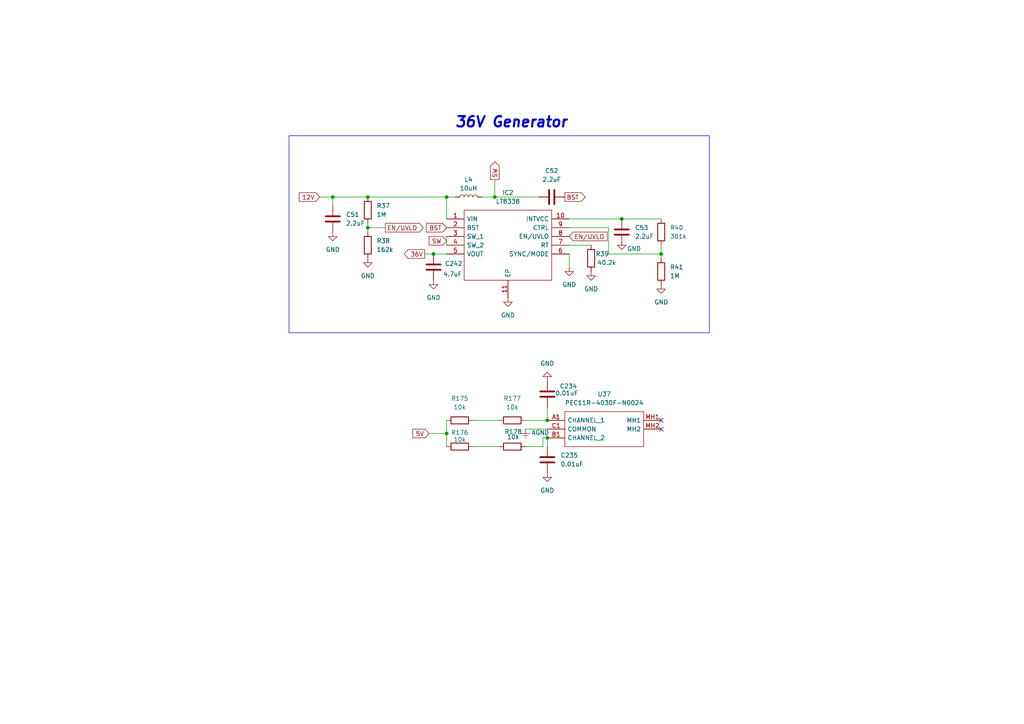
<source format=kicad_sch>
(kicad_sch
	(version 20231120)
	(generator "eeschema")
	(generator_version "8.0")
	(uuid "2b16cd04-988f-478a-8d1d-a3df4d9ab2d0")
	(paper "A4")
	(title_block
		(company "Michael Meyers")
	)
	(lib_symbols
		(symbol "Device:C"
			(pin_numbers hide)
			(pin_names
				(offset 0.254)
			)
			(exclude_from_sim no)
			(in_bom yes)
			(on_board yes)
			(property "Reference" "C"
				(at 0.635 2.54 0)
				(effects
					(font
						(size 1.27 1.27)
					)
					(justify left)
				)
			)
			(property "Value" "C"
				(at 0.635 -2.54 0)
				(effects
					(font
						(size 1.27 1.27)
					)
					(justify left)
				)
			)
			(property "Footprint" ""
				(at 0.9652 -3.81 0)
				(effects
					(font
						(size 1.27 1.27)
					)
					(hide yes)
				)
			)
			(property "Datasheet" "~"
				(at 0 0 0)
				(effects
					(font
						(size 1.27 1.27)
					)
					(hide yes)
				)
			)
			(property "Description" "Unpolarized capacitor"
				(at 0 0 0)
				(effects
					(font
						(size 1.27 1.27)
					)
					(hide yes)
				)
			)
			(property "ki_keywords" "cap capacitor"
				(at 0 0 0)
				(effects
					(font
						(size 1.27 1.27)
					)
					(hide yes)
				)
			)
			(property "ki_fp_filters" "C_*"
				(at 0 0 0)
				(effects
					(font
						(size 1.27 1.27)
					)
					(hide yes)
				)
			)
			(symbol "C_0_1"
				(polyline
					(pts
						(xy -2.032 -0.762) (xy 2.032 -0.762)
					)
					(stroke
						(width 0.508)
						(type default)
					)
					(fill
						(type none)
					)
				)
				(polyline
					(pts
						(xy -2.032 0.762) (xy 2.032 0.762)
					)
					(stroke
						(width 0.508)
						(type default)
					)
					(fill
						(type none)
					)
				)
			)
			(symbol "C_1_1"
				(pin passive line
					(at 0 3.81 270)
					(length 2.794)
					(name "~"
						(effects
							(font
								(size 1.27 1.27)
							)
						)
					)
					(number "1"
						(effects
							(font
								(size 1.27 1.27)
							)
						)
					)
				)
				(pin passive line
					(at 0 -3.81 90)
					(length 2.794)
					(name "~"
						(effects
							(font
								(size 1.27 1.27)
							)
						)
					)
					(number "2"
						(effects
							(font
								(size 1.27 1.27)
							)
						)
					)
				)
			)
		)
		(symbol "Device:L"
			(pin_numbers hide)
			(pin_names
				(offset 1.016) hide)
			(exclude_from_sim no)
			(in_bom yes)
			(on_board yes)
			(property "Reference" "L"
				(at -1.27 0 90)
				(effects
					(font
						(size 1.27 1.27)
					)
				)
			)
			(property "Value" "L"
				(at 1.905 0 90)
				(effects
					(font
						(size 1.27 1.27)
					)
				)
			)
			(property "Footprint" ""
				(at 0 0 0)
				(effects
					(font
						(size 1.27 1.27)
					)
					(hide yes)
				)
			)
			(property "Datasheet" "~"
				(at 0 0 0)
				(effects
					(font
						(size 1.27 1.27)
					)
					(hide yes)
				)
			)
			(property "Description" "Inductor"
				(at 0 0 0)
				(effects
					(font
						(size 1.27 1.27)
					)
					(hide yes)
				)
			)
			(property "ki_keywords" "inductor choke coil reactor magnetic"
				(at 0 0 0)
				(effects
					(font
						(size 1.27 1.27)
					)
					(hide yes)
				)
			)
			(property "ki_fp_filters" "Choke_* *Coil* Inductor_* L_*"
				(at 0 0 0)
				(effects
					(font
						(size 1.27 1.27)
					)
					(hide yes)
				)
			)
			(symbol "L_0_1"
				(arc
					(start 0 -2.54)
					(mid 0.6323 -1.905)
					(end 0 -1.27)
					(stroke
						(width 0)
						(type default)
					)
					(fill
						(type none)
					)
				)
				(arc
					(start 0 -1.27)
					(mid 0.6323 -0.635)
					(end 0 0)
					(stroke
						(width 0)
						(type default)
					)
					(fill
						(type none)
					)
				)
				(arc
					(start 0 0)
					(mid 0.6323 0.635)
					(end 0 1.27)
					(stroke
						(width 0)
						(type default)
					)
					(fill
						(type none)
					)
				)
				(arc
					(start 0 1.27)
					(mid 0.6323 1.905)
					(end 0 2.54)
					(stroke
						(width 0)
						(type default)
					)
					(fill
						(type none)
					)
				)
			)
			(symbol "L_1_1"
				(pin passive line
					(at 0 3.81 270)
					(length 1.27)
					(name "1"
						(effects
							(font
								(size 1.27 1.27)
							)
						)
					)
					(number "1"
						(effects
							(font
								(size 1.27 1.27)
							)
						)
					)
				)
				(pin passive line
					(at 0 -3.81 90)
					(length 1.27)
					(name "2"
						(effects
							(font
								(size 1.27 1.27)
							)
						)
					)
					(number "2"
						(effects
							(font
								(size 1.27 1.27)
							)
						)
					)
				)
			)
		)
		(symbol "Device:R"
			(pin_numbers hide)
			(pin_names
				(offset 0)
			)
			(exclude_from_sim no)
			(in_bom yes)
			(on_board yes)
			(property "Reference" "R"
				(at 2.032 0 90)
				(effects
					(font
						(size 1.27 1.27)
					)
				)
			)
			(property "Value" "R"
				(at 0 0 90)
				(effects
					(font
						(size 1.27 1.27)
					)
				)
			)
			(property "Footprint" ""
				(at -1.778 0 90)
				(effects
					(font
						(size 1.27 1.27)
					)
					(hide yes)
				)
			)
			(property "Datasheet" "~"
				(at 0 0 0)
				(effects
					(font
						(size 1.27 1.27)
					)
					(hide yes)
				)
			)
			(property "Description" "Resistor"
				(at 0 0 0)
				(effects
					(font
						(size 1.27 1.27)
					)
					(hide yes)
				)
			)
			(property "ki_keywords" "R res resistor"
				(at 0 0 0)
				(effects
					(font
						(size 1.27 1.27)
					)
					(hide yes)
				)
			)
			(property "ki_fp_filters" "R_*"
				(at 0 0 0)
				(effects
					(font
						(size 1.27 1.27)
					)
					(hide yes)
				)
			)
			(symbol "R_0_1"
				(rectangle
					(start -1.016 -2.54)
					(end 1.016 2.54)
					(stroke
						(width 0.254)
						(type default)
					)
					(fill
						(type none)
					)
				)
			)
			(symbol "R_1_1"
				(pin passive line
					(at 0 3.81 270)
					(length 1.27)
					(name "~"
						(effects
							(font
								(size 1.27 1.27)
							)
						)
					)
					(number "1"
						(effects
							(font
								(size 1.27 1.27)
							)
						)
					)
				)
				(pin passive line
					(at 0 -3.81 90)
					(length 1.27)
					(name "~"
						(effects
							(font
								(size 1.27 1.27)
							)
						)
					)
					(number "2"
						(effects
							(font
								(size 1.27 1.27)
							)
						)
					)
				)
			)
		)
		(symbol "SamacSys_Parts:PEC11R-4030F-N0024"
			(pin_names
				(offset 0.762)
			)
			(exclude_from_sim no)
			(in_bom yes)
			(on_board yes)
			(property "Reference" "U"
				(at 29.21 7.62 0)
				(effects
					(font
						(size 1.27 1.27)
					)
					(justify left)
				)
			)
			(property "Value" "PEC11R-4030F-N0024"
				(at 29.21 5.08 0)
				(effects
					(font
						(size 1.27 1.27)
					)
					(justify left)
				)
			)
			(property "Footprint" "PEC11R4030FN0024"
				(at 29.21 2.54 0)
				(effects
					(font
						(size 1.27 1.27)
					)
					(justify left)
					(hide yes)
				)
			)
			(property "Datasheet" "https://www.bourns.com/docs/Product-Datasheets/PEC11R.pdf"
				(at 29.21 0 0)
				(effects
					(font
						(size 1.27 1.27)
					)
					(justify left)
					(hide yes)
				)
			)
			(property "Description" "Rotary Encoder Mechanical 24 Quadrature (Incremental) Vertical 6mm Dia Flatted End"
				(at 0 0 0)
				(effects
					(font
						(size 1.27 1.27)
					)
					(hide yes)
				)
			)
			(property "Description_1" "Rotary Encoder Mechanical 24 Quadrature (Incremental) Vertical 6mm Dia Flatted End"
				(at 29.21 -2.54 0)
				(effects
					(font
						(size 1.27 1.27)
					)
					(justify left)
					(hide yes)
				)
			)
			(property "Height" "36.5"
				(at 29.21 -5.08 0)
				(effects
					(font
						(size 1.27 1.27)
					)
					(justify left)
					(hide yes)
				)
			)
			(property "Manufacturer_Name" "Bourns"
				(at 29.21 -7.62 0)
				(effects
					(font
						(size 1.27 1.27)
					)
					(justify left)
					(hide yes)
				)
			)
			(property "Manufacturer_Part_Number" "PEC11R-4030F-N0024"
				(at 29.21 -10.16 0)
				(effects
					(font
						(size 1.27 1.27)
					)
					(justify left)
					(hide yes)
				)
			)
			(property "Mouser Part Number" "652-PEC11R4030FN0024"
				(at 29.21 -12.7 0)
				(effects
					(font
						(size 1.27 1.27)
					)
					(justify left)
					(hide yes)
				)
			)
			(property "Mouser Price/Stock" "https://www.mouser.co.uk/ProductDetail/Bourns/PEC11R-4030F-N0024?qs=Zq5ylnUbLm5njkyDtMH5bA%3D%3D"
				(at 29.21 -15.24 0)
				(effects
					(font
						(size 1.27 1.27)
					)
					(justify left)
					(hide yes)
				)
			)
			(property "Arrow Part Number" ""
				(at 29.21 -17.78 0)
				(effects
					(font
						(size 1.27 1.27)
					)
					(justify left)
					(hide yes)
				)
			)
			(property "Arrow Price/Stock" ""
				(at 29.21 -20.32 0)
				(effects
					(font
						(size 1.27 1.27)
					)
					(justify left)
					(hide yes)
				)
			)
			(symbol "PEC11R-4030F-N0024_0_0"
				(pin passive line
					(at 0 0 0)
					(length 5.08)
					(name "CHANNEL_1"
						(effects
							(font
								(size 1.27 1.27)
							)
						)
					)
					(number "A1"
						(effects
							(font
								(size 1.27 1.27)
							)
						)
					)
				)
				(pin passive line
					(at 0 -5.08 0)
					(length 5.08)
					(name "CHANNEL_2"
						(effects
							(font
								(size 1.27 1.27)
							)
						)
					)
					(number "B1"
						(effects
							(font
								(size 1.27 1.27)
							)
						)
					)
				)
				(pin passive line
					(at 0 -2.54 0)
					(length 5.08)
					(name "COMMON"
						(effects
							(font
								(size 1.27 1.27)
							)
						)
					)
					(number "C1"
						(effects
							(font
								(size 1.27 1.27)
							)
						)
					)
				)
				(pin passive line
					(at 33.02 0 180)
					(length 5.08)
					(name "MH1"
						(effects
							(font
								(size 1.27 1.27)
							)
						)
					)
					(number "MH1"
						(effects
							(font
								(size 1.27 1.27)
							)
						)
					)
				)
				(pin passive line
					(at 33.02 -2.54 180)
					(length 5.08)
					(name "MH2"
						(effects
							(font
								(size 1.27 1.27)
							)
						)
					)
					(number "MH2"
						(effects
							(font
								(size 1.27 1.27)
							)
						)
					)
				)
			)
			(symbol "PEC11R-4030F-N0024_0_1"
				(polyline
					(pts
						(xy 5.08 2.54) (xy 27.94 2.54) (xy 27.94 -7.62) (xy 5.08 -7.62) (xy 5.08 2.54)
					)
					(stroke
						(width 0.1524)
						(type solid)
					)
					(fill
						(type none)
					)
				)
			)
		)
		(symbol "SamacSys_Parts:lt8338"
			(pin_names
				(offset 0.762)
			)
			(exclude_from_sim no)
			(in_bom yes)
			(on_board yes)
			(property "Reference" "IC"
				(at 31.75 7.62 0)
				(effects
					(font
						(size 1.27 1.27)
					)
					(justify left)
				)
			)
			(property "Value" "lt8338"
				(at 31.75 5.08 0)
				(effects
					(font
						(size 1.27 1.27)
					)
					(justify left)
				)
			)
			(property "Footprint" "SOP50P490X110-11N"
				(at 31.75 2.54 0)
				(effects
					(font
						(size 1.27 1.27)
					)
					(justify left)
					(hide yes)
				)
			)
			(property "Datasheet" "https://www.analog.com/media/en/technical-documentation/data-sheets/lt8338.pdf"
				(at 31.75 0 0)
				(effects
					(font
						(size 1.27 1.27)
					)
					(justify left)
					(hide yes)
				)
			)
			(property "Description" "Wide Input Voltage Range: 3.0V to 40V"
				(at 0 0 0)
				(effects
					(font
						(size 1.27 1.27)
					)
					(hide yes)
				)
			)
			(property "Description_1" "Wide Input Voltage Range: 3.0V to 40V"
				(at 31.75 -2.54 0)
				(effects
					(font
						(size 1.27 1.27)
					)
					(justify left)
					(hide yes)
				)
			)
			(property "Height" "1.1"
				(at 31.75 -5.08 0)
				(effects
					(font
						(size 1.27 1.27)
					)
					(justify left)
					(hide yes)
				)
			)
			(property "Manufacturer_Name" "Analog Devices"
				(at 31.75 -7.62 0)
				(effects
					(font
						(size 1.27 1.27)
					)
					(justify left)
					(hide yes)
				)
			)
			(property "Manufacturer_Part_Number" "lt8338"
				(at 31.75 -10.16 0)
				(effects
					(font
						(size 1.27 1.27)
					)
					(justify left)
					(hide yes)
				)
			)
			(property "Mouser Part Number" "N/A"
				(at 31.75 -12.7 0)
				(effects
					(font
						(size 1.27 1.27)
					)
					(justify left)
					(hide yes)
				)
			)
			(property "Mouser Price/Stock" "https://www.mouser.co.uk/ProductDetail/Analog-Devices/LT8338?qs=Imq1NPwxi76sIOAVJWs6LA%3D%3D"
				(at 31.75 -15.24 0)
				(effects
					(font
						(size 1.27 1.27)
					)
					(justify left)
					(hide yes)
				)
			)
			(property "Arrow Part Number" ""
				(at 31.75 -17.78 0)
				(effects
					(font
						(size 1.27 1.27)
					)
					(justify left)
					(hide yes)
				)
			)
			(property "Arrow Price/Stock" ""
				(at 31.75 -20.32 0)
				(effects
					(font
						(size 1.27 1.27)
					)
					(justify left)
					(hide yes)
				)
			)
			(symbol "lt8338_0_0"
				(pin passive line
					(at 0 0 0)
					(length 5.08)
					(name "VIN"
						(effects
							(font
								(size 1.27 1.27)
							)
						)
					)
					(number "1"
						(effects
							(font
								(size 1.27 1.27)
							)
						)
					)
				)
				(pin passive line
					(at 35.56 0 180)
					(length 5.08)
					(name "INTVCC"
						(effects
							(font
								(size 1.27 1.27)
							)
						)
					)
					(number "10"
						(effects
							(font
								(size 1.27 1.27)
							)
						)
					)
				)
				(pin passive line
					(at 17.78 -22.86 90)
					(length 5.08)
					(name "EP"
						(effects
							(font
								(size 1.27 1.27)
							)
						)
					)
					(number "11"
						(effects
							(font
								(size 1.27 1.27)
							)
						)
					)
				)
				(pin passive line
					(at 0 -2.54 0)
					(length 5.08)
					(name "BST"
						(effects
							(font
								(size 1.27 1.27)
							)
						)
					)
					(number "2"
						(effects
							(font
								(size 1.27 1.27)
							)
						)
					)
				)
				(pin passive line
					(at 0 -5.08 0)
					(length 5.08)
					(name "SW_1"
						(effects
							(font
								(size 1.27 1.27)
							)
						)
					)
					(number "3"
						(effects
							(font
								(size 1.27 1.27)
							)
						)
					)
				)
				(pin passive line
					(at 0 -7.62 0)
					(length 5.08)
					(name "SW_2"
						(effects
							(font
								(size 1.27 1.27)
							)
						)
					)
					(number "4"
						(effects
							(font
								(size 1.27 1.27)
							)
						)
					)
				)
				(pin passive line
					(at 0 -10.16 0)
					(length 5.08)
					(name "VOUT"
						(effects
							(font
								(size 1.27 1.27)
							)
						)
					)
					(number "5"
						(effects
							(font
								(size 1.27 1.27)
							)
						)
					)
				)
				(pin passive line
					(at 35.56 -10.16 180)
					(length 5.08)
					(name "SYNC/MODE"
						(effects
							(font
								(size 1.27 1.27)
							)
						)
					)
					(number "6"
						(effects
							(font
								(size 1.27 1.27)
							)
						)
					)
				)
				(pin passive line
					(at 35.56 -7.62 180)
					(length 5.08)
					(name "RT"
						(effects
							(font
								(size 1.27 1.27)
							)
						)
					)
					(number "7"
						(effects
							(font
								(size 1.27 1.27)
							)
						)
					)
				)
				(pin passive line
					(at 35.56 -5.08 180)
					(length 5.08)
					(name "EN/UVLO"
						(effects
							(font
								(size 1.27 1.27)
							)
						)
					)
					(number "8"
						(effects
							(font
								(size 1.27 1.27)
							)
						)
					)
				)
				(pin passive line
					(at 35.56 -2.54 180)
					(length 5.08)
					(name "CTRL"
						(effects
							(font
								(size 1.27 1.27)
							)
						)
					)
					(number "9"
						(effects
							(font
								(size 1.27 1.27)
							)
						)
					)
				)
			)
			(symbol "lt8338_0_1"
				(polyline
					(pts
						(xy 5.08 2.54) (xy 30.48 2.54) (xy 30.48 -17.78) (xy 5.08 -17.78) (xy 5.08 2.54)
					)
					(stroke
						(width 0.1524)
						(type solid)
					)
					(fill
						(type none)
					)
				)
			)
		)
		(symbol "power:Earth"
			(power)
			(pin_numbers hide)
			(pin_names
				(offset 0) hide)
			(exclude_from_sim no)
			(in_bom yes)
			(on_board yes)
			(property "Reference" "#PWR"
				(at 0 -6.35 0)
				(effects
					(font
						(size 1.27 1.27)
					)
					(hide yes)
				)
			)
			(property "Value" "Earth"
				(at 0 -3.81 0)
				(effects
					(font
						(size 1.27 1.27)
					)
				)
			)
			(property "Footprint" ""
				(at 0 0 0)
				(effects
					(font
						(size 1.27 1.27)
					)
					(hide yes)
				)
			)
			(property "Datasheet" "~"
				(at 0 0 0)
				(effects
					(font
						(size 1.27 1.27)
					)
					(hide yes)
				)
			)
			(property "Description" "Power symbol creates a global label with name \"Earth\""
				(at 0 0 0)
				(effects
					(font
						(size 1.27 1.27)
					)
					(hide yes)
				)
			)
			(property "ki_keywords" "global ground gnd"
				(at 0 0 0)
				(effects
					(font
						(size 1.27 1.27)
					)
					(hide yes)
				)
			)
			(symbol "Earth_0_1"
				(polyline
					(pts
						(xy -0.635 -1.905) (xy 0.635 -1.905)
					)
					(stroke
						(width 0)
						(type default)
					)
					(fill
						(type none)
					)
				)
				(polyline
					(pts
						(xy -0.127 -2.54) (xy 0.127 -2.54)
					)
					(stroke
						(width 0)
						(type default)
					)
					(fill
						(type none)
					)
				)
				(polyline
					(pts
						(xy 0 -1.27) (xy 0 0)
					)
					(stroke
						(width 0)
						(type default)
					)
					(fill
						(type none)
					)
				)
				(polyline
					(pts
						(xy 1.27 -1.27) (xy -1.27 -1.27)
					)
					(stroke
						(width 0)
						(type default)
					)
					(fill
						(type none)
					)
				)
			)
			(symbol "Earth_1_1"
				(pin power_in line
					(at 0 0 270)
					(length 0)
					(name "~"
						(effects
							(font
								(size 1.27 1.27)
							)
						)
					)
					(number "1"
						(effects
							(font
								(size 1.27 1.27)
							)
						)
					)
				)
			)
		)
		(symbol "power:GND"
			(power)
			(pin_numbers hide)
			(pin_names
				(offset 0) hide)
			(exclude_from_sim no)
			(in_bom yes)
			(on_board yes)
			(property "Reference" "#PWR"
				(at 0 -6.35 0)
				(effects
					(font
						(size 1.27 1.27)
					)
					(hide yes)
				)
			)
			(property "Value" "GND"
				(at 0 -3.81 0)
				(effects
					(font
						(size 1.27 1.27)
					)
				)
			)
			(property "Footprint" ""
				(at 0 0 0)
				(effects
					(font
						(size 1.27 1.27)
					)
					(hide yes)
				)
			)
			(property "Datasheet" ""
				(at 0 0 0)
				(effects
					(font
						(size 1.27 1.27)
					)
					(hide yes)
				)
			)
			(property "Description" "Power symbol creates a global label with name \"GND\" , ground"
				(at 0 0 0)
				(effects
					(font
						(size 1.27 1.27)
					)
					(hide yes)
				)
			)
			(property "ki_keywords" "global power"
				(at 0 0 0)
				(effects
					(font
						(size 1.27 1.27)
					)
					(hide yes)
				)
			)
			(symbol "GND_0_1"
				(polyline
					(pts
						(xy 0 0) (xy 0 -1.27) (xy 1.27 -1.27) (xy 0 -2.54) (xy -1.27 -1.27) (xy 0 -1.27)
					)
					(stroke
						(width 0)
						(type default)
					)
					(fill
						(type none)
					)
				)
			)
			(symbol "GND_1_1"
				(pin power_in line
					(at 0 0 270)
					(length 0)
					(name "~"
						(effects
							(font
								(size 1.27 1.27)
							)
						)
					)
					(number "1"
						(effects
							(font
								(size 1.27 1.27)
							)
						)
					)
				)
			)
		)
	)
	(junction
		(at 158.75 127)
		(diameter 0)
		(color 0 0 0 0)
		(uuid "0328b810-08bc-427c-a06f-8eb30d39108c")
	)
	(junction
		(at 158.75 121.92)
		(diameter 0)
		(color 0 0 0 0)
		(uuid "06df12c2-e00b-4866-a8c7-c3add4b2bca4")
	)
	(junction
		(at 106.68 66.04)
		(diameter 0)
		(color 0 0 0 0)
		(uuid "16ba7351-16cb-4af5-8898-07acd0efd546")
	)
	(junction
		(at 180.34 63.5)
		(diameter 0)
		(color 0 0 0 0)
		(uuid "1e58d081-272a-4d3c-adc2-1a802b1b6faa")
	)
	(junction
		(at 143.51 57.15)
		(diameter 0)
		(color 0 0 0 0)
		(uuid "20ddcb6d-82e2-4eac-9954-87294f58a6c8")
	)
	(junction
		(at 191.77 73.66)
		(diameter 0)
		(color 0 0 0 0)
		(uuid "25b088a0-ed5e-4ee2-a193-e56196e44282")
	)
	(junction
		(at 96.52 57.15)
		(diameter 0)
		(color 0 0 0 0)
		(uuid "8f2388b9-97fb-4a3a-8d1f-f6658a508297")
	)
	(junction
		(at 129.54 57.15)
		(diameter 0)
		(color 0 0 0 0)
		(uuid "c566d882-d117-4864-8e8e-34f6b7b99786")
	)
	(junction
		(at 125.73 73.66)
		(diameter 0)
		(color 0 0 0 0)
		(uuid "d6132711-da45-4b89-8fec-e5e059f5a1d1")
	)
	(junction
		(at 129.54 125.73)
		(diameter 0)
		(color 0 0 0 0)
		(uuid "ed0eace2-10b6-421d-82cf-82b469e983f7")
	)
	(junction
		(at 106.68 57.15)
		(diameter 0)
		(color 0 0 0 0)
		(uuid "f7b929ec-5de3-475a-b7b2-43df07c20cf3")
	)
	(no_connect
		(at 191.77 121.92)
		(uuid "4631376e-7d26-4e9d-bb70-230a39001fdc")
	)
	(no_connect
		(at 191.77 124.46)
		(uuid "7c36c596-8bea-4792-9908-f57f7e1c7c37")
	)
	(wire
		(pts
			(xy 157.48 129.54) (xy 157.48 127)
		)
		(stroke
			(width 0)
			(type default)
		)
		(uuid "00425676-c7eb-4584-90ea-d07fda1e1500")
	)
	(wire
		(pts
			(xy 165.1 73.66) (xy 165.1 77.47)
		)
		(stroke
			(width 0)
			(type default)
		)
		(uuid "01336c44-472a-4a40-ae7c-a57305cfb2c3")
	)
	(wire
		(pts
			(xy 139.7 57.15) (xy 143.51 57.15)
		)
		(stroke
			(width 0)
			(type default)
		)
		(uuid "13cd4fdd-e126-4a49-a884-07307ce2493a")
	)
	(wire
		(pts
			(xy 165.1 66.04) (xy 176.53 66.04)
		)
		(stroke
			(width 0)
			(type default)
		)
		(uuid "181bb77e-da54-4c6d-9b35-e9e509c32f0a")
	)
	(wire
		(pts
			(xy 96.52 57.15) (xy 106.68 57.15)
		)
		(stroke
			(width 0)
			(type default)
		)
		(uuid "1bd4b056-4392-47cc-95fc-576a8fd91cd4")
	)
	(wire
		(pts
			(xy 180.34 63.5) (xy 191.77 63.5)
		)
		(stroke
			(width 0)
			(type default)
		)
		(uuid "264d897e-07cf-41c9-85a8-90a21c598fa8")
	)
	(wire
		(pts
			(xy 129.54 57.15) (xy 129.54 63.5)
		)
		(stroke
			(width 0)
			(type default)
		)
		(uuid "2cd502fb-521d-40b3-bb8d-f770348064ff")
	)
	(wire
		(pts
			(xy 106.68 66.04) (xy 106.68 67.31)
		)
		(stroke
			(width 0)
			(type default)
		)
		(uuid "30a2863c-f87d-468e-a886-9dcf7839efe9")
	)
	(wire
		(pts
			(xy 191.77 73.66) (xy 191.77 74.93)
		)
		(stroke
			(width 0)
			(type default)
		)
		(uuid "344820a4-25b8-4e47-bd73-4cc8736ea2b2")
	)
	(wire
		(pts
			(xy 106.68 66.04) (xy 111.76 66.04)
		)
		(stroke
			(width 0)
			(type default)
		)
		(uuid "66d3a610-2c63-4b0e-934d-9f4ab4ca23cc")
	)
	(wire
		(pts
			(xy 129.54 57.15) (xy 132.08 57.15)
		)
		(stroke
			(width 0)
			(type default)
		)
		(uuid "6a634fff-b09e-4321-bec9-57d940df8dcb")
	)
	(wire
		(pts
			(xy 125.73 73.66) (xy 129.54 73.66)
		)
		(stroke
			(width 0)
			(type default)
		)
		(uuid "6d6b5516-ffc6-4827-a9a8-74980989fb24")
	)
	(wire
		(pts
			(xy 165.1 63.5) (xy 180.34 63.5)
		)
		(stroke
			(width 0)
			(type default)
		)
		(uuid "72191fa2-68c3-4554-8f9f-66cd700043a9")
	)
	(wire
		(pts
			(xy 129.54 125.73) (xy 129.54 129.54)
		)
		(stroke
			(width 0)
			(type default)
		)
		(uuid "79deecaf-b691-4181-9d9f-4cde0d0454ec")
	)
	(wire
		(pts
			(xy 180.34 69.85) (xy 180.34 71.12)
		)
		(stroke
			(width 0)
			(type default)
		)
		(uuid "7d48b2f6-0f51-40b6-a2d9-233a94527558")
	)
	(wire
		(pts
			(xy 165.1 71.12) (xy 171.45 71.12)
		)
		(stroke
			(width 0)
			(type default)
		)
		(uuid "7d5d0fec-e3bc-4e86-9285-ef9eb49bf319")
	)
	(wire
		(pts
			(xy 143.51 52.07) (xy 143.51 57.15)
		)
		(stroke
			(width 0)
			(type default)
		)
		(uuid "80cac8bb-747c-45bd-bab4-b0dfc18315fd")
	)
	(wire
		(pts
			(xy 152.4 129.54) (xy 157.48 129.54)
		)
		(stroke
			(width 0)
			(type default)
		)
		(uuid "8d24fad0-7ec8-4a01-9f59-2b48aea148de")
	)
	(wire
		(pts
			(xy 137.16 121.92) (xy 144.78 121.92)
		)
		(stroke
			(width 0)
			(type default)
		)
		(uuid "93869dc8-ae89-40e0-be76-d07871107824")
	)
	(wire
		(pts
			(xy 96.52 57.15) (xy 96.52 59.69)
		)
		(stroke
			(width 0)
			(type default)
		)
		(uuid "9b6730e1-754a-4410-8d78-a573756b03e3")
	)
	(wire
		(pts
			(xy 191.77 71.12) (xy 191.77 73.66)
		)
		(stroke
			(width 0)
			(type default)
		)
		(uuid "a4d064e6-0d29-4c81-9959-06098c43dcdd")
	)
	(wire
		(pts
			(xy 106.68 57.15) (xy 129.54 57.15)
		)
		(stroke
			(width 0)
			(type default)
		)
		(uuid "ac68dc4c-5087-48f6-9ef1-0ef05990aa21")
	)
	(wire
		(pts
			(xy 176.53 73.66) (xy 191.77 73.66)
		)
		(stroke
			(width 0)
			(type default)
		)
		(uuid "b0212a8b-8954-4e39-9361-4bbc82c2486c")
	)
	(wire
		(pts
			(xy 106.68 64.77) (xy 106.68 66.04)
		)
		(stroke
			(width 0)
			(type default)
		)
		(uuid "b3d42d3d-75e5-49a2-a083-4fed84ec10eb")
	)
	(wire
		(pts
			(xy 152.4 121.92) (xy 158.75 121.92)
		)
		(stroke
			(width 0)
			(type default)
		)
		(uuid "b5027457-06a7-46c0-9e8b-3da63de83203")
	)
	(wire
		(pts
			(xy 176.53 66.04) (xy 176.53 73.66)
		)
		(stroke
			(width 0)
			(type default)
		)
		(uuid "b7b8619a-e080-487c-aef0-22a819494a68")
	)
	(wire
		(pts
			(xy 137.16 129.54) (xy 144.78 129.54)
		)
		(stroke
			(width 0)
			(type default)
		)
		(uuid "d89e2c16-2635-4155-b75d-6d7bebf18efb")
	)
	(wire
		(pts
			(xy 92.71 57.15) (xy 96.52 57.15)
		)
		(stroke
			(width 0)
			(type default)
		)
		(uuid "d952269c-d655-4b7b-bcd5-9364278069ac")
	)
	(wire
		(pts
			(xy 158.75 127) (xy 158.75 129.54)
		)
		(stroke
			(width 0)
			(type default)
		)
		(uuid "d9f54e2d-d62e-44e1-bed8-5410c677396a")
	)
	(wire
		(pts
			(xy 129.54 125.73) (xy 129.54 121.92)
		)
		(stroke
			(width 0)
			(type default)
		)
		(uuid "dad3ffd8-3fe4-43a9-bd16-48b05bc1b1f3")
	)
	(wire
		(pts
			(xy 123.19 73.66) (xy 125.73 73.66)
		)
		(stroke
			(width 0)
			(type default)
		)
		(uuid "dca0ecb8-ff68-489b-a419-772403483268")
	)
	(wire
		(pts
			(xy 158.75 118.11) (xy 158.75 121.92)
		)
		(stroke
			(width 0)
			(type default)
		)
		(uuid "e0cf1681-a661-472b-b3e8-2c577063b205")
	)
	(wire
		(pts
			(xy 157.48 127) (xy 158.75 127)
		)
		(stroke
			(width 0)
			(type default)
		)
		(uuid "e935d35d-bc51-4c74-8bda-5eac0cc3ed01")
	)
	(wire
		(pts
			(xy 152.4 124.46) (xy 158.75 124.46)
		)
		(stroke
			(width 0)
			(type default)
		)
		(uuid "eb96dd21-432f-4b30-8dbf-0f73611cd1a2")
	)
	(wire
		(pts
			(xy 129.54 68.58) (xy 129.54 71.12)
		)
		(stroke
			(width 0)
			(type default)
		)
		(uuid "f5717633-85e8-4f3f-8ac5-8d8d79119429")
	)
	(wire
		(pts
			(xy 143.51 57.15) (xy 156.21 57.15)
		)
		(stroke
			(width 0)
			(type default)
		)
		(uuid "f7ac992c-a18d-4b57-8b65-0e3bc3abefc0")
	)
	(wire
		(pts
			(xy 124.46 125.73) (xy 129.54 125.73)
		)
		(stroke
			(width 0)
			(type default)
		)
		(uuid "fbe42a6b-0d24-4ffc-beaa-6f567a2fe903")
	)
	(rectangle
		(start 83.82 39.37)
		(end 205.74 96.52)
		(stroke
			(width 0)
			(type default)
		)
		(fill
			(type none)
		)
		(uuid ad00ccf8-00a2-4068-89b0-70f93891d087)
	)
	(text "36V Generator"
		(exclude_from_sim no)
		(at 148.336 35.56 0)
		(effects
			(font
				(size 3 3)
				(thickness 0.6)
				(bold yes)
				(italic yes)
			)
		)
		(uuid "7f0305ee-f431-4160-aba5-3ffbf40ca7cf")
	)
	(global_label "36V"
		(shape output)
		(at 123.19 73.66 180)
		(fields_autoplaced yes)
		(effects
			(font
				(size 1.27 1.27)
			)
			(justify right)
		)
		(uuid "07163eef-3b10-4398-ad84-c1288e228bbe")
		(property "Intersheetrefs" "${INTERSHEET_REFS}"
			(at 116.6972 73.66 0)
			(effects
				(font
					(size 1.27 1.27)
				)
				(justify right)
				(hide yes)
			)
		)
	)
	(global_label "BST"
		(shape output)
		(at 163.83 57.15 0)
		(fields_autoplaced yes)
		(effects
			(font
				(size 1.27 1.27)
			)
			(justify left)
		)
		(uuid "1c36d0a3-e9ca-4838-8a33-af82ca3816fe")
		(property "Intersheetrefs" "${INTERSHEET_REFS}"
			(at 170.2623 57.15 0)
			(effects
				(font
					(size 1.27 1.27)
				)
				(justify left)
				(hide yes)
			)
		)
	)
	(global_label "EN{slash}UVLO"
		(shape input)
		(at 165.1 68.58 0)
		(fields_autoplaced yes)
		(effects
			(font
				(size 1.27 1.27)
			)
			(justify left)
		)
		(uuid "3149d7cf-9ad3-4274-8db1-cc7372cf83ab")
		(property "Intersheetrefs" "${INTERSHEET_REFS}"
			(at 176.6729 68.58 0)
			(effects
				(font
					(size 1.27 1.27)
				)
				(justify left)
				(hide yes)
			)
		)
	)
	(global_label "SW"
		(shape output)
		(at 143.51 52.07 90)
		(fields_autoplaced yes)
		(effects
			(font
				(size 1.27 1.27)
			)
			(justify left)
		)
		(uuid "321c7f2c-3a97-44bd-8179-dcac783e17cf")
		(property "Intersheetrefs" "${INTERSHEET_REFS}"
			(at 143.51 46.4239 90)
			(effects
				(font
					(size 1.27 1.27)
				)
				(justify left)
				(hide yes)
			)
		)
	)
	(global_label "EN{slash}UVLO"
		(shape output)
		(at 111.76 66.04 0)
		(fields_autoplaced yes)
		(effects
			(font
				(size 1.27 1.27)
			)
			(justify left)
		)
		(uuid "46051fec-63db-4519-b1d9-f51fd78204e2")
		(property "Intersheetrefs" "${INTERSHEET_REFS}"
			(at 123.3329 66.04 0)
			(effects
				(font
					(size 1.27 1.27)
				)
				(justify left)
				(hide yes)
			)
		)
	)
	(global_label "BST"
		(shape input)
		(at 129.54 66.04 180)
		(fields_autoplaced yes)
		(effects
			(font
				(size 1.27 1.27)
			)
			(justify right)
		)
		(uuid "99bfc85e-a577-4599-9d0a-0e7d9357f9c1")
		(property "Intersheetrefs" "${INTERSHEET_REFS}"
			(at 123.1077 66.04 0)
			(effects
				(font
					(size 1.27 1.27)
				)
				(justify right)
				(hide yes)
			)
		)
	)
	(global_label "SW"
		(shape input)
		(at 129.54 69.85 180)
		(fields_autoplaced yes)
		(effects
			(font
				(size 1.27 1.27)
			)
			(justify right)
		)
		(uuid "bfc8363a-844b-4c23-bca3-34d43cfbc849")
		(property "Intersheetrefs" "${INTERSHEET_REFS}"
			(at 123.8939 69.85 0)
			(effects
				(font
					(size 1.27 1.27)
				)
				(justify right)
				(hide yes)
			)
		)
	)
	(global_label "5V"
		(shape input)
		(at 124.46 125.73 180)
		(fields_autoplaced yes)
		(effects
			(font
				(size 1.27 1.27)
			)
			(justify right)
		)
		(uuid "eb9301ab-f9c7-4666-8a89-9b666ccf6013")
		(property "Intersheetrefs" "${INTERSHEET_REFS}"
			(at 119.1767 125.73 0)
			(effects
				(font
					(size 1.27 1.27)
				)
				(justify right)
				(hide yes)
			)
		)
	)
	(global_label "12V"
		(shape input)
		(at 92.71 57.15 180)
		(fields_autoplaced yes)
		(effects
			(font
				(size 1.27 1.27)
			)
			(justify right)
		)
		(uuid "fa44b068-c2de-4a65-be7c-c4233d8c4c91")
		(property "Intersheetrefs" "${INTERSHEET_REFS}"
			(at 86.2172 57.15 0)
			(effects
				(font
					(size 1.27 1.27)
				)
				(justify right)
				(hide yes)
			)
		)
	)
	(symbol
		(lib_id "Device:C")
		(at 160.02 57.15 90)
		(unit 1)
		(exclude_from_sim no)
		(in_bom yes)
		(on_board yes)
		(dnp no)
		(fields_autoplaced yes)
		(uuid "073598f8-62e4-4411-bb3a-af967b1f3f1f")
		(property "Reference" "C52"
			(at 160.02 49.53 90)
			(effects
				(font
					(size 1.27 1.27)
				)
			)
		)
		(property "Value" "2.2uF"
			(at 160.02 52.07 90)
			(effects
				(font
					(size 1.27 1.27)
				)
			)
		)
		(property "Footprint" "Capacitor_SMD:C_0402_1005Metric"
			(at 163.83 56.1848 0)
			(effects
				(font
					(size 1.27 1.27)
				)
				(hide yes)
			)
		)
		(property "Datasheet" "~"
			(at 160.02 57.15 0)
			(effects
				(font
					(size 1.27 1.27)
				)
				(hide yes)
			)
		)
		(property "Description" "Unpolarized capacitor"
			(at 160.02 57.15 0)
			(effects
				(font
					(size 1.27 1.27)
				)
				(hide yes)
			)
		)
		(pin "1"
			(uuid "9d6a70e5-aaa5-4c13-b649-20dcb192b9fa")
		)
		(pin "2"
			(uuid "0f770795-ebd6-4e39-b015-c88d29e2f88c")
		)
		(instances
			(project "Power_Supplies"
				(path "/5266cf9e-da90-4c53-80fd-cf3dbed42632/873b4819-32e6-40de-93d6-23cb6a01b934"
					(reference "C52")
					(unit 1)
				)
			)
		)
	)
	(symbol
		(lib_id "Device:C")
		(at 125.73 77.47 0)
		(unit 1)
		(exclude_from_sim no)
		(in_bom yes)
		(on_board yes)
		(dnp no)
		(uuid "28235597-1880-4581-9c07-b9fc4852c066")
		(property "Reference" "C242"
			(at 129.032 76.454 0)
			(effects
				(font
					(size 1.27 1.27)
				)
				(justify left)
			)
		)
		(property "Value" "4.7uF"
			(at 128.524 79.502 0)
			(effects
				(font
					(size 1.27 1.27)
				)
				(justify left)
			)
		)
		(property "Footprint" "Capacitor_SMD:C_0805_2012Metric_Pad1.18x1.45mm_HandSolder"
			(at 126.6952 81.28 0)
			(effects
				(font
					(size 1.27 1.27)
				)
				(hide yes)
			)
		)
		(property "Datasheet" "~"
			(at 125.73 77.47 0)
			(effects
				(font
					(size 1.27 1.27)
				)
				(hide yes)
			)
		)
		(property "Description" "Unpolarized capacitor"
			(at 125.73 77.47 0)
			(effects
				(font
					(size 1.27 1.27)
				)
				(hide yes)
			)
		)
		(pin "1"
			(uuid "d178ec6a-7a3e-4e0d-8986-7b74ade26138")
		)
		(pin "2"
			(uuid "ee8cdcc2-02d8-4d35-9f5f-301501930d3d")
		)
		(instances
			(project "Power_Supplies_Copy"
				(path "/5266cf9e-da90-4c53-80fd-cf3dbed42632/873b4819-32e6-40de-93d6-23cb6a01b934"
					(reference "C242")
					(unit 1)
				)
			)
		)
	)
	(symbol
		(lib_id "power:GND")
		(at 165.1 77.47 0)
		(unit 1)
		(exclude_from_sim no)
		(in_bom yes)
		(on_board no)
		(dnp no)
		(fields_autoplaced yes)
		(uuid "3dff69f8-fbba-4127-bebf-4a3e149bd4d3")
		(property "Reference" "#PWR055"
			(at 165.1 83.82 0)
			(effects
				(font
					(size 1.27 1.27)
				)
				(hide yes)
			)
		)
		(property "Value" "GND"
			(at 165.1 82.55 0)
			(effects
				(font
					(size 1.27 1.27)
				)
			)
		)
		(property "Footprint" ""
			(at 165.1 77.47 0)
			(effects
				(font
					(size 1.27 1.27)
				)
				(hide yes)
			)
		)
		(property "Datasheet" ""
			(at 165.1 77.47 0)
			(effects
				(font
					(size 1.27 1.27)
				)
				(hide yes)
			)
		)
		(property "Description" "Power symbol creates a global label with name \"GND\" , ground"
			(at 165.1 77.47 0)
			(effects
				(font
					(size 1.27 1.27)
				)
				(hide yes)
			)
		)
		(pin "1"
			(uuid "d2a0f59c-c1d5-475d-b85c-9a9f6fc42482")
		)
		(instances
			(project "Power_Supplies_Copy"
				(path "/5266cf9e-da90-4c53-80fd-cf3dbed42632/873b4819-32e6-40de-93d6-23cb6a01b934"
					(reference "#PWR055")
					(unit 1)
				)
			)
		)
	)
	(symbol
		(lib_id "power:GND")
		(at 191.77 82.55 0)
		(unit 1)
		(exclude_from_sim no)
		(in_bom yes)
		(on_board no)
		(dnp no)
		(fields_autoplaced yes)
		(uuid "3ff93d9f-eef6-4d0d-846c-599c3259e57d")
		(property "Reference" "#PWR058"
			(at 191.77 88.9 0)
			(effects
				(font
					(size 1.27 1.27)
				)
				(hide yes)
			)
		)
		(property "Value" "GND"
			(at 191.77 87.63 0)
			(effects
				(font
					(size 1.27 1.27)
				)
			)
		)
		(property "Footprint" ""
			(at 191.77 82.55 0)
			(effects
				(font
					(size 1.27 1.27)
				)
				(hide yes)
			)
		)
		(property "Datasheet" ""
			(at 191.77 82.55 0)
			(effects
				(font
					(size 1.27 1.27)
				)
				(hide yes)
			)
		)
		(property "Description" "Power symbol creates a global label with name \"GND\" , ground"
			(at 191.77 82.55 0)
			(effects
				(font
					(size 1.27 1.27)
				)
				(hide yes)
			)
		)
		(pin "1"
			(uuid "dcb0d5bc-df6c-4905-b139-9424cf136ef3")
		)
		(instances
			(project "Power_Supplies_Copy"
				(path "/5266cf9e-da90-4c53-80fd-cf3dbed42632/873b4819-32e6-40de-93d6-23cb6a01b934"
					(reference "#PWR058")
					(unit 1)
				)
			)
		)
	)
	(symbol
		(lib_id "power:GND")
		(at 158.75 137.16 0)
		(unit 1)
		(exclude_from_sim no)
		(in_bom yes)
		(on_board no)
		(dnp no)
		(fields_autoplaced yes)
		(uuid "4e09bcff-bffb-4e55-9fb8-2f17c96a8328")
		(property "Reference" "#PWR0224"
			(at 158.75 143.51 0)
			(effects
				(font
					(size 1.27 1.27)
				)
				(hide yes)
			)
		)
		(property "Value" "GND"
			(at 158.75 142.24 0)
			(effects
				(font
					(size 1.27 1.27)
				)
			)
		)
		(property "Footprint" ""
			(at 158.75 137.16 0)
			(effects
				(font
					(size 1.27 1.27)
				)
				(hide yes)
			)
		)
		(property "Datasheet" ""
			(at 158.75 137.16 0)
			(effects
				(font
					(size 1.27 1.27)
				)
				(hide yes)
			)
		)
		(property "Description" "Power symbol creates a global label with name \"GND\" , ground"
			(at 158.75 137.16 0)
			(effects
				(font
					(size 1.27 1.27)
				)
				(hide yes)
			)
		)
		(pin "1"
			(uuid "146a649e-0af8-4df1-90ba-f5a5c6847428")
		)
		(instances
			(project "Power_Supplies_Copy"
				(path "/5266cf9e-da90-4c53-80fd-cf3dbed42632/873b4819-32e6-40de-93d6-23cb6a01b934"
					(reference "#PWR0224")
					(unit 1)
				)
			)
		)
	)
	(symbol
		(lib_id "power:GND")
		(at 180.34 69.85 0)
		(unit 1)
		(exclude_from_sim no)
		(in_bom yes)
		(on_board no)
		(dnp no)
		(uuid "592b8b83-63a0-494c-8816-86636b7a9239")
		(property "Reference" "#PWR057"
			(at 180.34 76.2 0)
			(effects
				(font
					(size 1.27 1.27)
				)
				(hide yes)
			)
		)
		(property "Value" "GND"
			(at 183.896 72.136 0)
			(effects
				(font
					(size 1.27 1.27)
				)
			)
		)
		(property "Footprint" ""
			(at 180.34 69.85 0)
			(effects
				(font
					(size 1.27 1.27)
				)
				(hide yes)
			)
		)
		(property "Datasheet" ""
			(at 180.34 69.85 0)
			(effects
				(font
					(size 1.27 1.27)
				)
				(hide yes)
			)
		)
		(property "Description" "Power symbol creates a global label with name \"GND\" , ground"
			(at 180.34 69.85 0)
			(effects
				(font
					(size 1.27 1.27)
				)
				(hide yes)
			)
		)
		(pin "1"
			(uuid "53abe5b7-757a-4791-9017-e5cfd2c5e31a")
		)
		(instances
			(project "Power_Supplies_Copy"
				(path "/5266cf9e-da90-4c53-80fd-cf3dbed42632/873b4819-32e6-40de-93d6-23cb6a01b934"
					(reference "#PWR057")
					(unit 1)
				)
			)
		)
	)
	(symbol
		(lib_id "Device:R")
		(at 106.68 60.96 0)
		(unit 1)
		(exclude_from_sim no)
		(in_bom yes)
		(on_board yes)
		(dnp no)
		(fields_autoplaced yes)
		(uuid "5a353b95-64a8-47d0-93d4-1fe9b75fcd0e")
		(property "Reference" "R37"
			(at 109.22 59.6899 0)
			(effects
				(font
					(size 1.27 1.27)
				)
				(justify left)
			)
		)
		(property "Value" "1M"
			(at 109.22 62.2299 0)
			(effects
				(font
					(size 1.27 1.27)
				)
				(justify left)
			)
		)
		(property "Footprint" "PCM_Resistor_SMD_AKL:R_0402_1005Metric_Pad0.72x0.64mm_HandSolder"
			(at 104.902 60.96 90)
			(effects
				(font
					(size 1.27 1.27)
				)
				(hide yes)
			)
		)
		(property "Datasheet" "~"
			(at 106.68 60.96 0)
			(effects
				(font
					(size 1.27 1.27)
				)
				(hide yes)
			)
		)
		(property "Description" "Resistor"
			(at 106.68 60.96 0)
			(effects
				(font
					(size 1.27 1.27)
				)
				(hide yes)
			)
		)
		(pin "2"
			(uuid "494ca42f-f5e1-4f3e-be22-3de7f9cce388")
		)
		(pin "1"
			(uuid "da57385c-1394-4f98-8d35-999619242e80")
		)
		(instances
			(project "Power_Supplies"
				(path "/5266cf9e-da90-4c53-80fd-cf3dbed42632/873b4819-32e6-40de-93d6-23cb6a01b934"
					(reference "R37")
					(unit 1)
				)
			)
		)
	)
	(symbol
		(lib_id "Device:C")
		(at 180.34 67.31 0)
		(unit 1)
		(exclude_from_sim no)
		(in_bom yes)
		(on_board yes)
		(dnp no)
		(fields_autoplaced yes)
		(uuid "5d454132-59f4-4e7a-a8df-e1007edab0cd")
		(property "Reference" "C53"
			(at 184.15 66.0399 0)
			(effects
				(font
					(size 1.27 1.27)
				)
				(justify left)
			)
		)
		(property "Value" "2.2uF"
			(at 184.15 68.5799 0)
			(effects
				(font
					(size 1.27 1.27)
				)
				(justify left)
			)
		)
		(property "Footprint" "Capacitor_SMD:C_0805_2012Metric_Pad1.18x1.45mm_HandSolder"
			(at 181.3052 71.12 0)
			(effects
				(font
					(size 1.27 1.27)
				)
				(hide yes)
			)
		)
		(property "Datasheet" "~"
			(at 180.34 67.31 0)
			(effects
				(font
					(size 1.27 1.27)
				)
				(hide yes)
			)
		)
		(property "Description" "Unpolarized capacitor"
			(at 180.34 67.31 0)
			(effects
				(font
					(size 1.27 1.27)
				)
				(hide yes)
			)
		)
		(pin "1"
			(uuid "cd3036e6-0c0a-4b3f-929c-88e87d5e434f")
		)
		(pin "2"
			(uuid "688b7037-563b-41b7-b96b-a583f58a1f2a")
		)
		(instances
			(project "Power_Supplies"
				(path "/5266cf9e-da90-4c53-80fd-cf3dbed42632/873b4819-32e6-40de-93d6-23cb6a01b934"
					(reference "C53")
					(unit 1)
				)
			)
		)
	)
	(symbol
		(lib_id "power:GND")
		(at 106.68 74.93 0)
		(unit 1)
		(exclude_from_sim no)
		(in_bom yes)
		(on_board no)
		(dnp no)
		(fields_autoplaced yes)
		(uuid "6047371f-2fff-4bcc-82b4-8643bb9c4cd9")
		(property "Reference" "#PWR053"
			(at 106.68 81.28 0)
			(effects
				(font
					(size 1.27 1.27)
				)
				(hide yes)
			)
		)
		(property "Value" "GND"
			(at 106.68 80.01 0)
			(effects
				(font
					(size 1.27 1.27)
				)
			)
		)
		(property "Footprint" ""
			(at 106.68 74.93 0)
			(effects
				(font
					(size 1.27 1.27)
				)
				(hide yes)
			)
		)
		(property "Datasheet" ""
			(at 106.68 74.93 0)
			(effects
				(font
					(size 1.27 1.27)
				)
				(hide yes)
			)
		)
		(property "Description" "Power symbol creates a global label with name \"GND\" , ground"
			(at 106.68 74.93 0)
			(effects
				(font
					(size 1.27 1.27)
				)
				(hide yes)
			)
		)
		(pin "1"
			(uuid "a1dc71ea-7be1-4cfe-a1d7-b0436aaaf3a9")
		)
		(instances
			(project "Power_Supplies_Copy"
				(path "/5266cf9e-da90-4c53-80fd-cf3dbed42632/873b4819-32e6-40de-93d6-23cb6a01b934"
					(reference "#PWR053")
					(unit 1)
				)
			)
		)
	)
	(symbol
		(lib_id "Device:C")
		(at 158.75 133.35 0)
		(unit 1)
		(exclude_from_sim no)
		(in_bom yes)
		(on_board no)
		(dnp no)
		(uuid "6823d91b-b7e0-4aa8-a377-be7c98e8bf77")
		(property "Reference" "C235"
			(at 162.56 132.0799 0)
			(effects
				(font
					(size 1.27 1.27)
				)
				(justify left)
			)
		)
		(property "Value" "0.01uF"
			(at 162.56 134.6199 0)
			(effects
				(font
					(size 1.27 1.27)
				)
				(justify left)
			)
		)
		(property "Footprint" "Capacitor_SMD:C_0402_1005Metric"
			(at 159.7152 137.16 0)
			(effects
				(font
					(size 1.27 1.27)
				)
				(hide yes)
			)
		)
		(property "Datasheet" "~"
			(at 158.75 133.35 0)
			(effects
				(font
					(size 1.27 1.27)
				)
				(hide yes)
			)
		)
		(property "Description" "Unpolarized capacitor"
			(at 158.75 133.35 0)
			(effects
				(font
					(size 1.27 1.27)
				)
				(hide yes)
			)
		)
		(pin "2"
			(uuid "db083f7f-d544-42e1-89b3-c9c43df52787")
		)
		(pin "1"
			(uuid "76e8bb3a-5d66-4c80-98c2-2163ac3e3056")
		)
		(instances
			(project "Power_Supplies"
				(path "/5266cf9e-da90-4c53-80fd-cf3dbed42632/873b4819-32e6-40de-93d6-23cb6a01b934"
					(reference "C235")
					(unit 1)
				)
			)
		)
	)
	(symbol
		(lib_id "power:GND")
		(at 147.32 86.36 0)
		(unit 1)
		(exclude_from_sim no)
		(in_bom yes)
		(on_board no)
		(dnp no)
		(fields_autoplaced yes)
		(uuid "699e7f43-b71b-4aa6-b7c6-564095ee0aca")
		(property "Reference" "#PWR054"
			(at 147.32 92.71 0)
			(effects
				(font
					(size 1.27 1.27)
				)
				(hide yes)
			)
		)
		(property "Value" "GND"
			(at 147.32 91.44 0)
			(effects
				(font
					(size 1.27 1.27)
				)
			)
		)
		(property "Footprint" ""
			(at 147.32 86.36 0)
			(effects
				(font
					(size 1.27 1.27)
				)
				(hide yes)
			)
		)
		(property "Datasheet" ""
			(at 147.32 86.36 0)
			(effects
				(font
					(size 1.27 1.27)
				)
				(hide yes)
			)
		)
		(property "Description" "Power symbol creates a global label with name \"GND\" , ground"
			(at 147.32 86.36 0)
			(effects
				(font
					(size 1.27 1.27)
				)
				(hide yes)
			)
		)
		(pin "1"
			(uuid "8dde50e2-391c-4aa9-826b-d7a28d40b6ad")
		)
		(instances
			(project "Power_Supplies_Copy"
				(path "/5266cf9e-da90-4c53-80fd-cf3dbed42632/873b4819-32e6-40de-93d6-23cb6a01b934"
					(reference "#PWR054")
					(unit 1)
				)
			)
		)
	)
	(symbol
		(lib_id "Device:R")
		(at 133.35 129.54 90)
		(unit 1)
		(exclude_from_sim no)
		(in_bom yes)
		(on_board no)
		(dnp no)
		(uuid "7995ce0d-2972-49f8-9e13-eb64f0bd25f5")
		(property "Reference" "R176"
			(at 133.35 125.476 90)
			(effects
				(font
					(size 1.27 1.27)
				)
			)
		)
		(property "Value" "10k"
			(at 133.35 127.508 90)
			(effects
				(font
					(size 1.27 1.27)
				)
			)
		)
		(property "Footprint" "Resistor_SMD:R_0805_2012Metric"
			(at 133.35 131.318 90)
			(effects
				(font
					(size 1.27 1.27)
				)
				(hide yes)
			)
		)
		(property "Datasheet" "~"
			(at 133.35 129.54 0)
			(effects
				(font
					(size 1.27 1.27)
				)
				(hide yes)
			)
		)
		(property "Description" "Resistor"
			(at 133.35 129.54 0)
			(effects
				(font
					(size 1.27 1.27)
				)
				(hide yes)
			)
		)
		(pin "2"
			(uuid "f9696118-ce3d-4330-8737-c4c31cff92e0")
		)
		(pin "1"
			(uuid "a3a4352e-e97e-4769-b5fb-1fb0c6806214")
		)
		(instances
			(project "Power_Supplies"
				(path "/5266cf9e-da90-4c53-80fd-cf3dbed42632/873b4819-32e6-40de-93d6-23cb6a01b934"
					(reference "R176")
					(unit 1)
				)
			)
		)
	)
	(symbol
		(lib_id "power:GND")
		(at 158.75 110.49 180)
		(unit 1)
		(exclude_from_sim no)
		(in_bom yes)
		(on_board no)
		(dnp no)
		(fields_autoplaced yes)
		(uuid "832f3684-ad3e-4dd8-979e-cd79266e885f")
		(property "Reference" "#PWR0223"
			(at 158.75 104.14 0)
			(effects
				(font
					(size 1.27 1.27)
				)
				(hide yes)
			)
		)
		(property "Value" "GND"
			(at 158.75 105.41 0)
			(effects
				(font
					(size 1.27 1.27)
				)
			)
		)
		(property "Footprint" ""
			(at 158.75 110.49 0)
			(effects
				(font
					(size 1.27 1.27)
				)
				(hide yes)
			)
		)
		(property "Datasheet" ""
			(at 158.75 110.49 0)
			(effects
				(font
					(size 1.27 1.27)
				)
				(hide yes)
			)
		)
		(property "Description" "Power symbol creates a global label with name \"GND\" , ground"
			(at 158.75 110.49 0)
			(effects
				(font
					(size 1.27 1.27)
				)
				(hide yes)
			)
		)
		(pin "1"
			(uuid "0a6be62d-41e5-4359-a63a-0ed12fcc9548")
		)
		(instances
			(project "Power_Supplies_Copy"
				(path "/5266cf9e-da90-4c53-80fd-cf3dbed42632/873b4819-32e6-40de-93d6-23cb6a01b934"
					(reference "#PWR0223")
					(unit 1)
				)
			)
		)
	)
	(symbol
		(lib_id "Device:C")
		(at 96.52 63.5 0)
		(unit 1)
		(exclude_from_sim no)
		(in_bom yes)
		(on_board yes)
		(dnp no)
		(fields_autoplaced yes)
		(uuid "879cd316-54f2-4c50-ac79-70f6b77abe9f")
		(property "Reference" "C51"
			(at 100.33 62.2299 0)
			(effects
				(font
					(size 1.27 1.27)
				)
				(justify left)
			)
		)
		(property "Value" "2.2uF"
			(at 100.33 64.7699 0)
			(effects
				(font
					(size 1.27 1.27)
				)
				(justify left)
			)
		)
		(property "Footprint" "Capacitor_SMD:C_0805_2012Metric_Pad1.18x1.45mm_HandSolder"
			(at 97.4852 67.31 0)
			(effects
				(font
					(size 1.27 1.27)
				)
				(hide yes)
			)
		)
		(property "Datasheet" "~"
			(at 96.52 63.5 0)
			(effects
				(font
					(size 1.27 1.27)
				)
				(hide yes)
			)
		)
		(property "Description" "Unpolarized capacitor"
			(at 96.52 63.5 0)
			(effects
				(font
					(size 1.27 1.27)
				)
				(hide yes)
			)
		)
		(pin "1"
			(uuid "813d2937-d11f-4ffe-9064-0c36be81501c")
		)
		(pin "2"
			(uuid "bdb91ac2-0945-4014-a2d4-647f8b71d68d")
		)
		(instances
			(project "Power_Supplies"
				(path "/5266cf9e-da90-4c53-80fd-cf3dbed42632/873b4819-32e6-40de-93d6-23cb6a01b934"
					(reference "C51")
					(unit 1)
				)
			)
		)
	)
	(symbol
		(lib_id "Device:R")
		(at 148.59 129.54 90)
		(unit 1)
		(exclude_from_sim no)
		(in_bom yes)
		(on_board no)
		(dnp no)
		(uuid "8deec674-1308-4d55-bd78-9e6d8ab69184")
		(property "Reference" "R178"
			(at 148.844 125.222 90)
			(effects
				(font
					(size 1.27 1.27)
				)
			)
		)
		(property "Value" "10k"
			(at 148.844 126.746 90)
			(effects
				(font
					(size 1.27 1.27)
				)
			)
		)
		(property "Footprint" "Resistor_SMD:R_0805_2012Metric"
			(at 148.59 131.318 90)
			(effects
				(font
					(size 1.27 1.27)
				)
				(hide yes)
			)
		)
		(property "Datasheet" "~"
			(at 148.59 129.54 0)
			(effects
				(font
					(size 1.27 1.27)
				)
				(hide yes)
			)
		)
		(property "Description" "Resistor"
			(at 148.59 129.54 0)
			(effects
				(font
					(size 1.27 1.27)
				)
				(hide yes)
			)
		)
		(pin "2"
			(uuid "57075746-610d-4b9f-83eb-b5fba86e26de")
		)
		(pin "1"
			(uuid "81cc61c5-daa2-4dbe-b1cc-a909ceced86d")
		)
		(instances
			(project "Power_Supplies"
				(path "/5266cf9e-da90-4c53-80fd-cf3dbed42632/873b4819-32e6-40de-93d6-23cb6a01b934"
					(reference "R178")
					(unit 1)
				)
			)
		)
	)
	(symbol
		(lib_id "SamacSys_Parts:lt8338")
		(at 129.54 63.5 0)
		(unit 1)
		(exclude_from_sim no)
		(in_bom yes)
		(on_board yes)
		(dnp no)
		(fields_autoplaced yes)
		(uuid "90248dca-00a4-469c-941b-2ff961172d82")
		(property "Reference" "IC2"
			(at 147.32 55.88 0)
			(effects
				(font
					(size 1.27 1.27)
				)
			)
		)
		(property "Value" "LT8338"
			(at 147.32 58.42 0)
			(effects
				(font
					(size 1.27 1.27)
				)
			)
		)
		(property "Footprint" "SamacSys_Parts:SOP50P490X110-11N"
			(at 161.29 60.96 0)
			(effects
				(font
					(size 1.27 1.27)
				)
				(justify left)
				(hide yes)
			)
		)
		(property "Datasheet" "https://www.analog.com/media/en/technical-documentation/data-sheets/lt8338.pdf"
			(at 161.29 63.5 0)
			(effects
				(font
					(size 1.27 1.27)
				)
				(justify left)
				(hide yes)
			)
		)
		(property "Description" "Wide Input Voltage Range: 3.0V to 40V"
			(at 129.54 63.5 0)
			(effects
				(font
					(size 1.27 1.27)
				)
				(hide yes)
			)
		)
		(property "Description_1" "Wide Input Voltage Range: 3.0V to 40V"
			(at 161.29 66.04 0)
			(effects
				(font
					(size 1.27 1.27)
				)
				(justify left)
				(hide yes)
			)
		)
		(property "Height" "1.1"
			(at 161.29 68.58 0)
			(effects
				(font
					(size 1.27 1.27)
				)
				(justify left)
				(hide yes)
			)
		)
		(property "Manufacturer_Name" "Analog Devices"
			(at 161.29 71.12 0)
			(effects
				(font
					(size 1.27 1.27)
				)
				(justify left)
				(hide yes)
			)
		)
		(property "Manufacturer_Part_Number" "lt8338"
			(at 161.29 73.66 0)
			(effects
				(font
					(size 1.27 1.27)
				)
				(justify left)
				(hide yes)
			)
		)
		(property "Mouser Part Number" "N/A"
			(at 161.29 76.2 0)
			(effects
				(font
					(size 1.27 1.27)
				)
				(justify left)
				(hide yes)
			)
		)
		(property "Mouser Price/Stock" "https://www.mouser.co.uk/ProductDetail/Analog-Devices/LT8338?qs=Imq1NPwxi76sIOAVJWs6LA%3D%3D"
			(at 161.29 78.74 0)
			(effects
				(font
					(size 1.27 1.27)
				)
				(justify left)
				(hide yes)
			)
		)
		(property "Arrow Part Number" ""
			(at 161.29 81.28 0)
			(effects
				(font
					(size 1.27 1.27)
				)
				(justify left)
				(hide yes)
			)
		)
		(property "Arrow Price/Stock" ""
			(at 161.29 83.82 0)
			(effects
				(font
					(size 1.27 1.27)
				)
				(justify left)
				(hide yes)
			)
		)
		(pin "2"
			(uuid "e2b389de-fc4a-494c-849a-423571aa2241")
		)
		(pin "5"
			(uuid "699bf97f-0b63-4bf9-93cd-47825363aabd")
		)
		(pin "7"
			(uuid "01edfbe1-f8bb-42e6-9a72-c55bbbe89fd2")
		)
		(pin "9"
			(uuid "d0bda72d-547f-4899-9eb6-9752f5167891")
		)
		(pin "10"
			(uuid "3907580c-a639-4e79-9851-6fa580f82d29")
		)
		(pin "1"
			(uuid "bfd9b05d-4ad2-4004-bab7-42f1132704fc")
		)
		(pin "11"
			(uuid "e9278787-abe6-49f5-8697-d20d5fa1e87a")
		)
		(pin "6"
			(uuid "506c2b30-f9cc-419f-9d8d-2da8f217ae3a")
		)
		(pin "3"
			(uuid "64111354-e96a-432b-bceb-021a37542095")
		)
		(pin "4"
			(uuid "2ad8084e-9e76-46d6-b22c-419cd332908c")
		)
		(pin "8"
			(uuid "caf7d0d6-3229-42d6-8c21-30e24ea5f18f")
		)
		(instances
			(project ""
				(path "/5266cf9e-da90-4c53-80fd-cf3dbed42632/873b4819-32e6-40de-93d6-23cb6a01b934"
					(reference "IC2")
					(unit 1)
				)
			)
		)
	)
	(symbol
		(lib_id "power:GND")
		(at 171.45 78.74 0)
		(unit 1)
		(exclude_from_sim no)
		(in_bom yes)
		(on_board no)
		(dnp no)
		(fields_autoplaced yes)
		(uuid "a5123278-f8c1-43ad-9c05-43b9926a8f2a")
		(property "Reference" "#PWR056"
			(at 171.45 85.09 0)
			(effects
				(font
					(size 1.27 1.27)
				)
				(hide yes)
			)
		)
		(property "Value" "GND"
			(at 171.45 83.82 0)
			(effects
				(font
					(size 1.27 1.27)
				)
			)
		)
		(property "Footprint" ""
			(at 171.45 78.74 0)
			(effects
				(font
					(size 1.27 1.27)
				)
				(hide yes)
			)
		)
		(property "Datasheet" ""
			(at 171.45 78.74 0)
			(effects
				(font
					(size 1.27 1.27)
				)
				(hide yes)
			)
		)
		(property "Description" "Power symbol creates a global label with name \"GND\" , ground"
			(at 171.45 78.74 0)
			(effects
				(font
					(size 1.27 1.27)
				)
				(hide yes)
			)
		)
		(pin "1"
			(uuid "ce8c3f0e-2ff7-439c-8068-815c543f3cde")
		)
		(instances
			(project "Power_Supplies_Copy"
				(path "/5266cf9e-da90-4c53-80fd-cf3dbed42632/873b4819-32e6-40de-93d6-23cb6a01b934"
					(reference "#PWR056")
					(unit 1)
				)
			)
		)
	)
	(symbol
		(lib_id "Device:R")
		(at 133.35 121.92 90)
		(unit 1)
		(exclude_from_sim no)
		(in_bom yes)
		(on_board no)
		(dnp no)
		(fields_autoplaced yes)
		(uuid "b2f9f5d9-db07-43c6-901d-8ec8345e0753")
		(property "Reference" "R175"
			(at 133.35 115.57 90)
			(effects
				(font
					(size 1.27 1.27)
				)
			)
		)
		(property "Value" "10k"
			(at 133.35 118.11 90)
			(effects
				(font
					(size 1.27 1.27)
				)
			)
		)
		(property "Footprint" "Resistor_SMD:R_0805_2012Metric"
			(at 133.35 123.698 90)
			(effects
				(font
					(size 1.27 1.27)
				)
				(hide yes)
			)
		)
		(property "Datasheet" "~"
			(at 133.35 121.92 0)
			(effects
				(font
					(size 1.27 1.27)
				)
				(hide yes)
			)
		)
		(property "Description" "Resistor"
			(at 133.35 121.92 0)
			(effects
				(font
					(size 1.27 1.27)
				)
				(hide yes)
			)
		)
		(pin "2"
			(uuid "e8067937-1d9f-453d-9e15-8464b8328fab")
		)
		(pin "1"
			(uuid "74ec47ec-64c7-4628-b59c-9dcb298e219f")
		)
		(instances
			(project "Power_Supplies"
				(path "/5266cf9e-da90-4c53-80fd-cf3dbed42632/873b4819-32e6-40de-93d6-23cb6a01b934"
					(reference "R175")
					(unit 1)
				)
			)
		)
	)
	(symbol
		(lib_id "Device:R")
		(at 171.45 74.93 0)
		(unit 1)
		(exclude_from_sim no)
		(in_bom yes)
		(on_board yes)
		(dnp no)
		(uuid "b3d436eb-df1f-45fc-86c4-c261f5e24071")
		(property "Reference" "R39"
			(at 172.72 73.66 0)
			(effects
				(font
					(size 1.27 1.27)
				)
				(justify left)
			)
		)
		(property "Value" "40.2k"
			(at 173.228 76.2 0)
			(effects
				(font
					(size 1.27 1.27)
				)
				(justify left)
			)
		)
		(property "Footprint" "PCM_Resistor_SMD_AKL:R_0402_1005Metric_Pad0.72x0.64mm_HandSolder"
			(at 169.672 74.93 90)
			(effects
				(font
					(size 1.27 1.27)
				)
				(hide yes)
			)
		)
		(property "Datasheet" "~"
			(at 171.45 74.93 0)
			(effects
				(font
					(size 1.27 1.27)
				)
				(hide yes)
			)
		)
		(property "Description" "Resistor"
			(at 171.45 74.93 0)
			(effects
				(font
					(size 1.27 1.27)
				)
				(hide yes)
			)
		)
		(pin "2"
			(uuid "ea540780-4542-4eb3-a425-f968c35e8aea")
		)
		(pin "1"
			(uuid "36d2d0f1-2ddc-4e00-bed2-3877b687208c")
		)
		(instances
			(project "Power_Supplies"
				(path "/5266cf9e-da90-4c53-80fd-cf3dbed42632/873b4819-32e6-40de-93d6-23cb6a01b934"
					(reference "R39")
					(unit 1)
				)
			)
		)
	)
	(symbol
		(lib_id "Device:C")
		(at 158.75 114.3 0)
		(unit 1)
		(exclude_from_sim no)
		(in_bom yes)
		(on_board no)
		(dnp no)
		(uuid "b718994a-136d-434c-9b22-f503c55ce1c7")
		(property "Reference" "C234"
			(at 162.306 112.014 0)
			(effects
				(font
					(size 1.27 1.27)
				)
				(justify left)
			)
		)
		(property "Value" "0.01uF"
			(at 161.036 114.046 0)
			(effects
				(font
					(size 1.27 1.27)
				)
				(justify left)
			)
		)
		(property "Footprint" "Capacitor_SMD:C_0402_1005Metric"
			(at 159.7152 118.11 0)
			(effects
				(font
					(size 1.27 1.27)
				)
				(hide yes)
			)
		)
		(property "Datasheet" "~"
			(at 158.75 114.3 0)
			(effects
				(font
					(size 1.27 1.27)
				)
				(hide yes)
			)
		)
		(property "Description" "Unpolarized capacitor"
			(at 158.75 114.3 0)
			(effects
				(font
					(size 1.27 1.27)
				)
				(hide yes)
			)
		)
		(pin "2"
			(uuid "406693c1-01b9-4227-96e1-8ebd7d23ea78")
		)
		(pin "1"
			(uuid "bd01d7eb-cecf-499c-b2d2-c225be3f9d73")
		)
		(instances
			(project "Power_Supplies"
				(path "/5266cf9e-da90-4c53-80fd-cf3dbed42632/873b4819-32e6-40de-93d6-23cb6a01b934"
					(reference "C234")
					(unit 1)
				)
			)
		)
	)
	(symbol
		(lib_id "power:GND")
		(at 125.73 81.28 0)
		(unit 1)
		(exclude_from_sim no)
		(in_bom yes)
		(on_board no)
		(dnp no)
		(fields_autoplaced yes)
		(uuid "b7336734-d512-4e4a-bcfc-6405ae9712dc")
		(property "Reference" "#PWR0241"
			(at 125.73 87.63 0)
			(effects
				(font
					(size 1.27 1.27)
				)
				(hide yes)
			)
		)
		(property "Value" "GND"
			(at 125.73 86.36 0)
			(effects
				(font
					(size 1.27 1.27)
				)
			)
		)
		(property "Footprint" ""
			(at 125.73 81.28 0)
			(effects
				(font
					(size 1.27 1.27)
				)
				(hide yes)
			)
		)
		(property "Datasheet" ""
			(at 125.73 81.28 0)
			(effects
				(font
					(size 1.27 1.27)
				)
				(hide yes)
			)
		)
		(property "Description" "Power symbol creates a global label with name \"GND\" , ground"
			(at 125.73 81.28 0)
			(effects
				(font
					(size 1.27 1.27)
				)
				(hide yes)
			)
		)
		(pin "1"
			(uuid "cd574f2e-0133-4719-8ef7-6dedb8dab5ce")
		)
		(instances
			(project "Power_Supplies_Copy"
				(path "/5266cf9e-da90-4c53-80fd-cf3dbed42632/873b4819-32e6-40de-93d6-23cb6a01b934"
					(reference "#PWR0241")
					(unit 1)
				)
			)
		)
	)
	(symbol
		(lib_id "Device:R")
		(at 191.77 67.31 0)
		(unit 1)
		(exclude_from_sim no)
		(in_bom yes)
		(on_board yes)
		(dnp no)
		(fields_autoplaced yes)
		(uuid "b957d1bf-539f-432d-861e-270be779f2c7")
		(property "Reference" "R40"
			(at 194.31 66.0399 0)
			(effects
				(font
					(size 1.27 1.27)
				)
				(justify left)
			)
		)
		(property "Value" "301k"
			(at 194.31 68.5799 0)
			(effects
				(font
					(size 1.27 1.27)
				)
				(justify left)
			)
		)
		(property "Footprint" "PCM_Resistor_SMD_AKL:R_0402_1005Metric_Pad0.72x0.64mm_HandSolder"
			(at 189.992 67.31 90)
			(effects
				(font
					(size 1.27 1.27)
				)
				(hide yes)
			)
		)
		(property "Datasheet" "~"
			(at 191.77 67.31 0)
			(effects
				(font
					(size 1.27 1.27)
				)
				(hide yes)
			)
		)
		(property "Description" "Resistor"
			(at 191.77 67.31 0)
			(effects
				(font
					(size 1.27 1.27)
				)
				(hide yes)
			)
		)
		(pin "2"
			(uuid "e3cca159-fabe-4e18-ad15-9225783085e2")
		)
		(pin "1"
			(uuid "64ce9edc-2b10-40ca-b481-3ec68216642b")
		)
		(instances
			(project "Power_Supplies"
				(path "/5266cf9e-da90-4c53-80fd-cf3dbed42632/873b4819-32e6-40de-93d6-23cb6a01b934"
					(reference "R40")
					(unit 1)
				)
			)
		)
	)
	(symbol
		(lib_id "power:GND")
		(at 96.52 67.31 0)
		(unit 1)
		(exclude_from_sim no)
		(in_bom yes)
		(on_board no)
		(dnp no)
		(fields_autoplaced yes)
		(uuid "bb1cad80-17d1-4309-9958-a33da7f5699c")
		(property "Reference" "#PWR052"
			(at 96.52 73.66 0)
			(effects
				(font
					(size 1.27 1.27)
				)
				(hide yes)
			)
		)
		(property "Value" "GND"
			(at 96.52 72.39 0)
			(effects
				(font
					(size 1.27 1.27)
				)
			)
		)
		(property "Footprint" ""
			(at 96.52 67.31 0)
			(effects
				(font
					(size 1.27 1.27)
				)
				(hide yes)
			)
		)
		(property "Datasheet" ""
			(at 96.52 67.31 0)
			(effects
				(font
					(size 1.27 1.27)
				)
				(hide yes)
			)
		)
		(property "Description" "Power symbol creates a global label with name \"GND\" , ground"
			(at 96.52 67.31 0)
			(effects
				(font
					(size 1.27 1.27)
				)
				(hide yes)
			)
		)
		(pin "1"
			(uuid "538afeb1-eb97-4431-8462-48c2dd8878e6")
		)
		(instances
			(project "Power_Supplies_Copy"
				(path "/5266cf9e-da90-4c53-80fd-cf3dbed42632/873b4819-32e6-40de-93d6-23cb6a01b934"
					(reference "#PWR052")
					(unit 1)
				)
			)
		)
	)
	(symbol
		(lib_id "Device:R")
		(at 148.59 121.92 90)
		(unit 1)
		(exclude_from_sim no)
		(in_bom yes)
		(on_board no)
		(dnp no)
		(fields_autoplaced yes)
		(uuid "c166856b-b463-41fc-8573-efea50c4688d")
		(property "Reference" "R177"
			(at 148.59 115.57 90)
			(effects
				(font
					(size 1.27 1.27)
				)
			)
		)
		(property "Value" "10k"
			(at 148.59 118.11 90)
			(effects
				(font
					(size 1.27 1.27)
				)
			)
		)
		(property "Footprint" "Resistor_SMD:R_0805_2012Metric"
			(at 148.59 123.698 90)
			(effects
				(font
					(size 1.27 1.27)
				)
				(hide yes)
			)
		)
		(property "Datasheet" "~"
			(at 148.59 121.92 0)
			(effects
				(font
					(size 1.27 1.27)
				)
				(hide yes)
			)
		)
		(property "Description" "Resistor"
			(at 148.59 121.92 0)
			(effects
				(font
					(size 1.27 1.27)
				)
				(hide yes)
			)
		)
		(pin "2"
			(uuid "9c411908-64e4-4fa5-88f4-2f47bde9b405")
		)
		(pin "1"
			(uuid "466b8871-0554-4874-87cd-d451757362b3")
		)
		(instances
			(project "Power_Supplies"
				(path "/5266cf9e-da90-4c53-80fd-cf3dbed42632/873b4819-32e6-40de-93d6-23cb6a01b934"
					(reference "R177")
					(unit 1)
				)
			)
		)
	)
	(symbol
		(lib_id "Device:R")
		(at 106.68 71.12 0)
		(unit 1)
		(exclude_from_sim no)
		(in_bom yes)
		(on_board yes)
		(dnp no)
		(fields_autoplaced yes)
		(uuid "c5dc5835-bebe-4101-8c69-6bfcc33394cb")
		(property "Reference" "R38"
			(at 109.22 69.8499 0)
			(effects
				(font
					(size 1.27 1.27)
				)
				(justify left)
			)
		)
		(property "Value" "162k"
			(at 109.22 72.3899 0)
			(effects
				(font
					(size 1.27 1.27)
				)
				(justify left)
			)
		)
		(property "Footprint" "PCM_Resistor_SMD_AKL:R_0402_1005Metric_Pad0.72x0.64mm_HandSolder"
			(at 104.902 71.12 90)
			(effects
				(font
					(size 1.27 1.27)
				)
				(hide yes)
			)
		)
		(property "Datasheet" "~"
			(at 106.68 71.12 0)
			(effects
				(font
					(size 1.27 1.27)
				)
				(hide yes)
			)
		)
		(property "Description" "Resistor"
			(at 106.68 71.12 0)
			(effects
				(font
					(size 1.27 1.27)
				)
				(hide yes)
			)
		)
		(pin "2"
			(uuid "283ea364-b590-437e-8fb7-1dab1e7793c6")
		)
		(pin "1"
			(uuid "6965c6d7-fd25-4912-a9ed-c105576048ce")
		)
		(instances
			(project "Power_Supplies"
				(path "/5266cf9e-da90-4c53-80fd-cf3dbed42632/873b4819-32e6-40de-93d6-23cb6a01b934"
					(reference "R38")
					(unit 1)
				)
			)
		)
	)
	(symbol
		(lib_id "Device:R")
		(at 191.77 78.74 0)
		(unit 1)
		(exclude_from_sim no)
		(in_bom yes)
		(on_board yes)
		(dnp no)
		(fields_autoplaced yes)
		(uuid "ce89bdad-93a0-484e-ab44-f3b60a006652")
		(property "Reference" "R41"
			(at 194.31 77.4699 0)
			(effects
				(font
					(size 1.27 1.27)
				)
				(justify left)
			)
		)
		(property "Value" "1M"
			(at 194.31 80.0099 0)
			(effects
				(font
					(size 1.27 1.27)
				)
				(justify left)
			)
		)
		(property "Footprint" "PCM_Resistor_SMD_AKL:R_0402_1005Metric_Pad0.72x0.64mm_HandSolder"
			(at 189.992 78.74 90)
			(effects
				(font
					(size 1.27 1.27)
				)
				(hide yes)
			)
		)
		(property "Datasheet" "~"
			(at 191.77 78.74 0)
			(effects
				(font
					(size 1.27 1.27)
				)
				(hide yes)
			)
		)
		(property "Description" "Resistor"
			(at 191.77 78.74 0)
			(effects
				(font
					(size 1.27 1.27)
				)
				(hide yes)
			)
		)
		(pin "2"
			(uuid "84e6cab6-7142-4f9d-97c1-3613c90753dd")
		)
		(pin "1"
			(uuid "db1d2cec-ca1b-4446-9228-2e34840636b2")
		)
		(instances
			(project "Power_Supplies"
				(path "/5266cf9e-da90-4c53-80fd-cf3dbed42632/873b4819-32e6-40de-93d6-23cb6a01b934"
					(reference "R41")
					(unit 1)
				)
			)
		)
	)
	(symbol
		(lib_id "power:Earth")
		(at 152.4 124.46 0)
		(unit 1)
		(exclude_from_sim no)
		(in_bom yes)
		(on_board no)
		(dnp no)
		(uuid "d1c4cb7e-8e77-4546-b622-2e5454d48c90")
		(property "Reference" "#PWR0225"
			(at 152.4 130.81 0)
			(effects
				(font
					(size 1.27 1.27)
				)
				(hide yes)
			)
		)
		(property "Value" "AGND"
			(at 156.718 125.476 0)
			(effects
				(font
					(size 1.27 1.27)
				)
			)
		)
		(property "Footprint" ""
			(at 152.4 124.46 0)
			(effects
				(font
					(size 1.27 1.27)
				)
				(hide yes)
			)
		)
		(property "Datasheet" "~"
			(at 152.4 124.46 0)
			(effects
				(font
					(size 1.27 1.27)
				)
				(hide yes)
			)
		)
		(property "Description" "Power symbol creates a global label with name \"Earth\""
			(at 152.4 124.46 0)
			(effects
				(font
					(size 1.27 1.27)
				)
				(hide yes)
			)
		)
		(pin "1"
			(uuid "e61c4afb-b129-44d9-8c0e-1c0ff0f2fa91")
		)
		(instances
			(project "Power_Supplies"
				(path "/5266cf9e-da90-4c53-80fd-cf3dbed42632/873b4819-32e6-40de-93d6-23cb6a01b934"
					(reference "#PWR0225")
					(unit 1)
				)
			)
		)
	)
	(symbol
		(lib_id "Device:L")
		(at 135.89 57.15 90)
		(unit 1)
		(exclude_from_sim no)
		(in_bom yes)
		(on_board yes)
		(dnp no)
		(fields_autoplaced yes)
		(uuid "eb0722bc-9324-4fb0-ba91-8efdb0a17b4e")
		(property "Reference" "L4"
			(at 135.89 52.07 90)
			(effects
				(font
					(size 1.27 1.27)
				)
			)
		)
		(property "Value" "10uH"
			(at 135.89 54.61 90)
			(effects
				(font
					(size 1.27 1.27)
				)
			)
		)
		(property "Footprint" "Inductor_SMD:L_0805_2012Metric"
			(at 135.89 57.15 0)
			(effects
				(font
					(size 1.27 1.27)
				)
				(hide yes)
			)
		)
		(property "Datasheet" "~"
			(at 135.89 57.15 0)
			(effects
				(font
					(size 1.27 1.27)
				)
				(hide yes)
			)
		)
		(property "Description" "Inductor"
			(at 135.89 57.15 0)
			(effects
				(font
					(size 1.27 1.27)
				)
				(hide yes)
			)
		)
		(pin "2"
			(uuid "6e0d08ff-b01c-4d4f-851f-9fefdf312d36")
		)
		(pin "1"
			(uuid "22dfa111-e7ed-4c8d-ba7e-d77118f3f762")
		)
		(instances
			(project "Power_Supplies"
				(path "/5266cf9e-da90-4c53-80fd-cf3dbed42632/873b4819-32e6-40de-93d6-23cb6a01b934"
					(reference "L4")
					(unit 1)
				)
			)
		)
	)
	(symbol
		(lib_id "SamacSys_Parts:PEC11R-4030F-N0024")
		(at 158.75 121.92 0)
		(unit 1)
		(exclude_from_sim no)
		(in_bom yes)
		(on_board no)
		(dnp no)
		(fields_autoplaced yes)
		(uuid "ef9c7e3f-8bfe-4219-afde-b351ea3bfb57")
		(property "Reference" "U37"
			(at 175.26 114.3 0)
			(effects
				(font
					(size 1.27 1.27)
				)
			)
		)
		(property "Value" "PEC11R-4030F-N0024"
			(at 175.26 116.84 0)
			(effects
				(font
					(size 1.27 1.27)
				)
			)
		)
		(property "Footprint" "SamacSys_Parts:PEC11R4030FN0024"
			(at 187.96 119.38 0)
			(effects
				(font
					(size 1.27 1.27)
				)
				(justify left)
				(hide yes)
			)
		)
		(property "Datasheet" "https://www.bourns.com/docs/Product-Datasheets/PEC11R.pdf"
			(at 187.96 121.92 0)
			(effects
				(font
					(size 1.27 1.27)
				)
				(justify left)
				(hide yes)
			)
		)
		(property "Description" "Rotary Encoder Mechanical 24 Quadrature (Incremental) Vertical 6mm Dia Flatted End"
			(at 158.75 121.92 0)
			(effects
				(font
					(size 1.27 1.27)
				)
				(hide yes)
			)
		)
		(property "Description_1" "Rotary Encoder Mechanical 24 Quadrature (Incremental) Vertical 6mm Dia Flatted End"
			(at 187.96 124.46 0)
			(effects
				(font
					(size 1.27 1.27)
				)
				(justify left)
				(hide yes)
			)
		)
		(property "Height" "36.5"
			(at 187.96 127 0)
			(effects
				(font
					(size 1.27 1.27)
				)
				(justify left)
				(hide yes)
			)
		)
		(property "Manufacturer_Name" "Bourns"
			(at 187.96 129.54 0)
			(effects
				(font
					(size 1.27 1.27)
				)
				(justify left)
				(hide yes)
			)
		)
		(property "Manufacturer_Part_Number" "PEC11R-4030F-N0024"
			(at 187.96 132.08 0)
			(effects
				(font
					(size 1.27 1.27)
				)
				(justify left)
				(hide yes)
			)
		)
		(property "Mouser Part Number" "652-PEC11R4030FN0024"
			(at 187.96 134.62 0)
			(effects
				(font
					(size 1.27 1.27)
				)
				(justify left)
				(hide yes)
			)
		)
		(property "Mouser Price/Stock" "https://www.mouser.co.uk/ProductDetail/Bourns/PEC11R-4030F-N0024?qs=Zq5ylnUbLm5njkyDtMH5bA%3D%3D"
			(at 187.96 137.16 0)
			(effects
				(font
					(size 1.27 1.27)
				)
				(justify left)
				(hide yes)
			)
		)
		(property "Arrow Part Number" ""
			(at 187.96 139.7 0)
			(effects
				(font
					(size 1.27 1.27)
				)
				(justify left)
				(hide yes)
			)
		)
		(property "Arrow Price/Stock" ""
			(at 187.96 142.24 0)
			(effects
				(font
					(size 1.27 1.27)
				)
				(justify left)
				(hide yes)
			)
		)
		(pin "C1"
			(uuid "1b3d19cf-5756-4fc0-99fc-b284c3afd838")
		)
		(pin "A1"
			(uuid "67e2e836-320d-485d-81c5-d329a4beb9c9")
		)
		(pin "MH1"
			(uuid "dba5a7c4-e455-4bc5-b284-32f2dc252005")
		)
		(pin "MH2"
			(uuid "aef46084-702f-4166-b700-1f27d8c2625d")
		)
		(pin "B1"
			(uuid "3054a15e-dcd9-43d8-87f3-c5a3584fc146")
		)
		(instances
			(project "Power_Supplies"
				(path "/5266cf9e-da90-4c53-80fd-cf3dbed42632/873b4819-32e6-40de-93d6-23cb6a01b934"
					(reference "U37")
					(unit 1)
				)
			)
		)
	)
)

</source>
